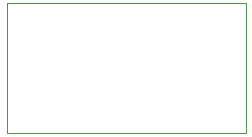
<source format=gko>
G04 #@! TF.FileFunction,Profile,NP*
%FSLAX46Y46*%
G04 Gerber Fmt 4.6, Leading zero omitted, Abs format (unit mm)*
G04 Created by KiCad (PCBNEW (after 2015-mar-04 BZR unknown)-product) date 04/08/2015 09:15:02*
%MOMM*%
G01*
G04 APERTURE LIST*
%ADD10C,0.100000*%
G04 APERTURE END LIST*
D10*
X146250000Y-109500000D02*
X146250000Y-98500000D01*
X166500000Y-109500000D02*
X146250000Y-109500000D01*
X166500000Y-98500000D02*
X166500000Y-109500000D01*
X146250000Y-98500000D02*
X166500000Y-98500000D01*
M02*

</source>
